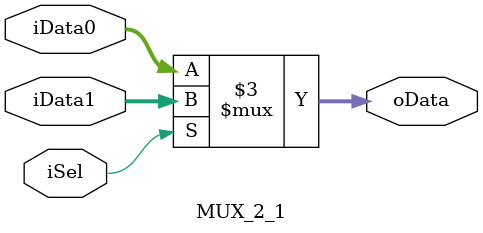
<source format=v>
module MUX_2_1 #(
    parameter WIDTH = 32
) (
    input [WIDTH-1:0] iData0,
    input [WIDTH-1:0] iData1,
    input iSel,
    output reg [WIDTH-1:0] oData
);

    always @(*) begin //originally had always @(iData0 or iData1 or iSel)
        if (iSel) 
            oData = iData1;
        else
            oData = iData0;
    end

endmodule
</source>
